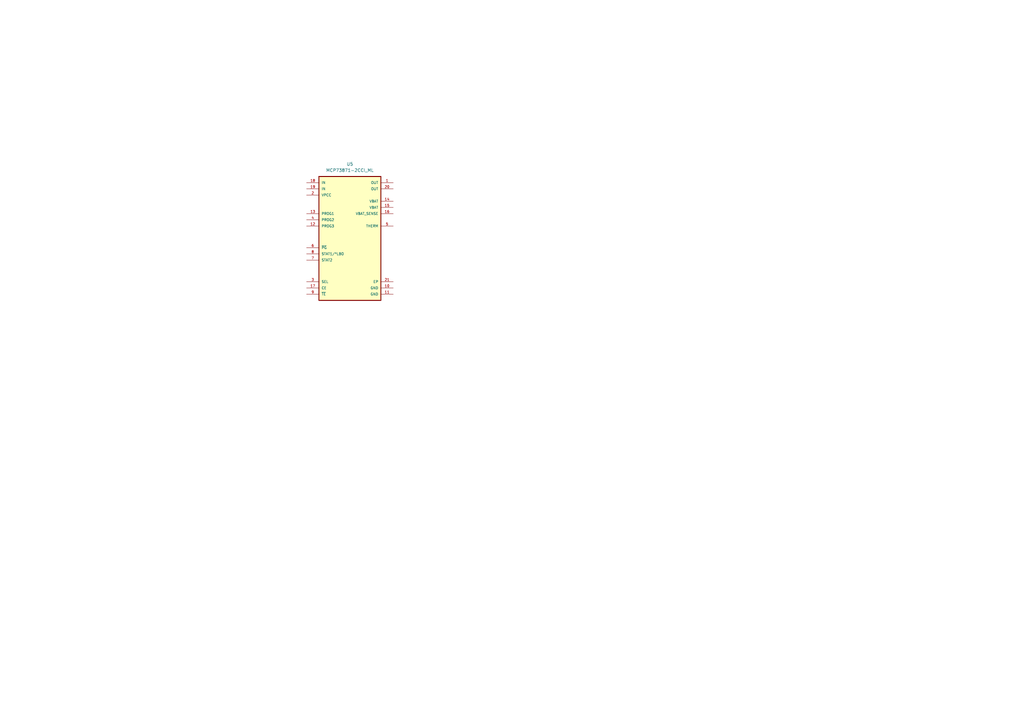
<source format=kicad_sch>
(kicad_sch (version 20231120) (generator "eeschema") (generator_version "8.0")
  (paper "A3")
  (lib_symbols
    (symbol "Wirelles_Guitar_Jack:MCP73871-2CCI_ML" (pin_names (offset 1.016))
      (property "Reference" "U" (at -12.7 26.4 0))
      (property "Value" "MCP73871-2CCI_ML" (at -12.7 -29.4 0))
      (symbol "MCP73871-2CCI_ML_0_0"
        (rectangle (start -12.7 25.4) (end 12.7 -25.4) (stroke (width 0.41)) (fill (type background)))
        (pin output line (at 17.78 22.86 180) (length 5.08) (name "OUT") (number "1"))
        (pin bidirectional line (at -17.78 5.08 0) (length 5.08) (name "PROG3") (number "12"))
        (pin bidirectional line (at -17.78 10.16 0) (length 5.08) (name "PROG1") (number "13"))
        (pin bidirectional line (at 17.78 15.24 180) (length 5.08) (name "VBAT") (number "14"))
        (pin bidirectional line (at 17.78 12.7 180) (length 5.08) (name "VBAT") (number "15"))
        (pin bidirectional line (at 17.78 10.16 180) (length 5.08) (name "VBAT_SENSE") (number "16"))
        (pin input line (at -17.78 -20.32 0) (length 5.08) (name "CE") (number "17"))
        (pin input line (at -17.78 22.86 0) (length 5.08) (name "IN") (number "18"))
        (pin input line (at -17.78 20.32 0) (length 5.08) (name "IN") (number "19"))
        (pin input line (at -17.78 17.78 0) (length 5.08) (name "VPCC") (number "2"))
        (pin output line (at 17.78 20.32 180) (length 5.08) (name "OUT") (number "20"))
        (pin input line (at -17.78 -17.78 0) (length 5.08) (name "SEL") (number "3"))
        (pin input line (at -17.78 7.62 0) (length 5.08) (name "PROG2") (number "4"))
        (pin bidirectional line (at 17.78 5.08 180) (length 5.08) (name "THERM") (number "5"))
        (pin output line (at -17.78 -3.81 0) (length 5.08) (name "~{PG}") (number "6"))
        (pin output line (at -17.78 -8.89 0) (length 5.08) (name "STAT2") (number "7"))
        (pin output line (at -17.78 -6.35 0) (length 5.08) (name "STAT1/*LBO") (number "8"))
        (pin input line (at -17.78 -22.86 0) (length 5.08) (name "~{TE}") (number "9"))
      )
      (symbol "MCP73871-2CCI_ML_1_0"
        (pin passive line (at 17.78 -20.32 180) (length 5.08) (name "GND") (number "10"))
        (pin passive line (at 17.78 -22.86 180) (length 5.08) (name "GND") (number "11"))
        (pin passive line (at 17.78 -17.78 180) (length 5.08) (name "EP") (number "21"))
      )
    )
  )
  (symbol (lib_id "Wirelles_Guitar_Jack:MCP73871-2CCI_ML") (at 143.51 97.79 0) (unit 1)
    (property "Reference" "U5" (at 143.51 67.31 0))
    (property "Value" "MCP73871-2CCI_ML" (at 143.51 69.85 0))
    (property "Footprint" "Wirelles_Guitar_Jack:QFN50P400X400X100-21N" (effects (hide yes)))
    (property "DigiKey_Part_Number" "MCP73871-2CCI/ML-ND" (effects (hide yes)))
    (property "SnapEDA_Link" "https://www.snapeda.com/parts/MCP73871-2CCI/ML/Microchip/view-part/?ref=snap" (effects (hide yes)))
    (property "Description_1" "\n                        \n                            Microchip MCP73871-2CCI/ML, Battery Charge Controller, 1000mA, 20-Pin QFN | Microchip Technology Inc. MCP73871-2CCI/ML\n                        \n" (effects (hide yes)))
    (property "MF" "Microchip" (effects (hide yes)))
    (property "Package" "QFN-20 Microchip" (effects (hide yes)))
    (property "Check_prices" "https://www.snapeda.com/parts/MCP73871-2CCI/ML/Microchip/view-part/?ref=eda" (effects (hide yes)))
    (property "MP" "MCP73871-2CCI/ML" (effects (hide yes)))
  )
)
</source>
